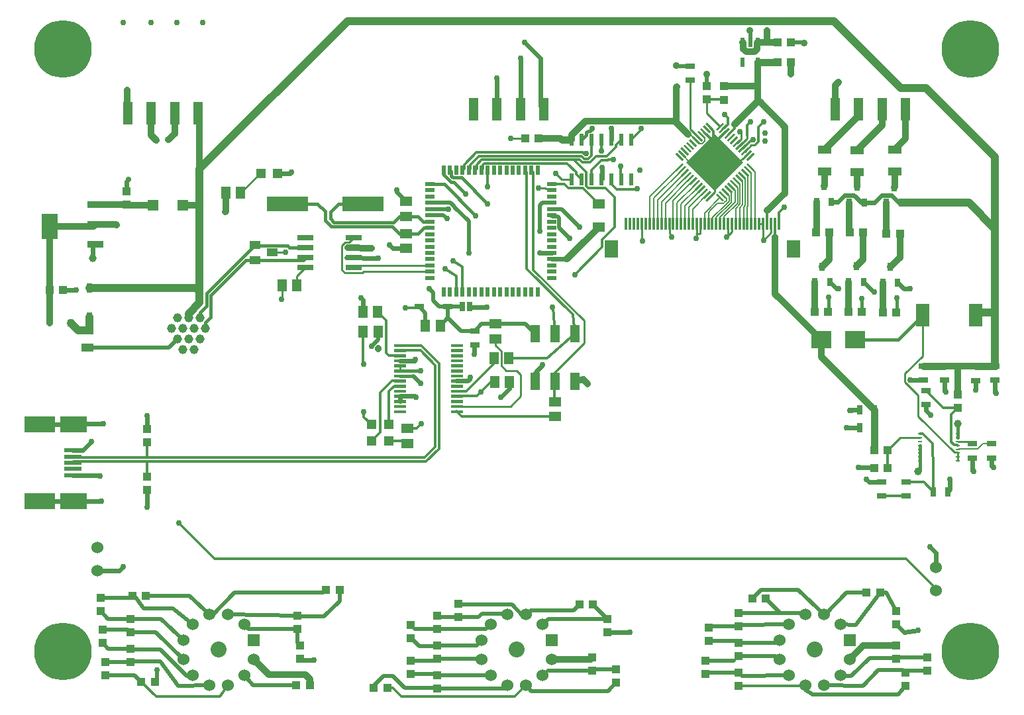
<source format=gtl>
G75*
%MOIN*%
%OFA0B0*%
%FSLAX25Y25*%
%IPPOS*%
%LPD*%
%AMOC8*
5,1,8,0,0,1.08239X$1,22.5*
%
%ADD10R,0.05906X0.05118*%
%ADD11R,0.04331X0.03937*%
%ADD12R,0.04724X0.03150*%
%ADD13R,0.05118X0.05906*%
%ADD14R,0.03937X0.04331*%
%ADD15R,0.04724X0.02756*%
%ADD16R,0.07087X0.03937*%
%ADD17R,0.05000X0.08583*%
%ADD18R,0.04700X0.02200*%
%ADD19R,0.02200X0.04700*%
%ADD20R,0.08000X0.02600*%
%ADD21R,0.05512X0.03937*%
%ADD22C,0.00300*%
%ADD23R,0.06299X0.04724*%
%ADD24R,0.01200X0.05900*%
%ADD25R,0.07100X0.08700*%
%ADD26R,0.04724X0.04724*%
%ADD27R,0.21000X0.07600*%
%ADD28R,0.02500X0.05000*%
%ADD29R,0.03150X0.03843*%
%ADD30R,0.01100X0.04900*%
%ADD31R,0.20300X0.20300*%
%ADD32C,0.03300*%
%ADD33R,0.02165X0.04724*%
%ADD34R,0.02200X0.06300*%
%ADD35C,0.06000*%
%ADD36R,0.06000X0.06000*%
%ADD37C,0.08000*%
%ADD38R,0.06890X0.11811*%
%ADD39R,0.03150X0.04724*%
%ADD40R,0.02362X0.00984*%
%ADD41R,0.09843X0.09055*%
%ADD42C,0.04559*%
%ADD43R,0.05512X0.05512*%
%ADD44R,0.08465X0.12795*%
%ADD45R,0.08465X0.03740*%
%ADD46R,0.08858X0.01969*%
%ADD47R,0.15748X0.08071*%
%ADD48R,0.13780X0.08071*%
%ADD49R,0.05000X0.11496*%
%ADD50C,0.06024*%
%ADD51R,0.05906X0.03937*%
%ADD52R,0.02756X0.04724*%
%ADD53C,0.02978*%
%ADD54C,0.01200*%
%ADD55C,0.02400*%
%ADD56C,0.01000*%
%ADD57C,0.29000*%
%ADD58C,0.00600*%
%ADD59C,0.00800*%
%ADD60C,0.00591*%
%ADD61C,0.01600*%
%ADD62C,0.02000*%
%ADD63C,0.03962*%
%ADD64C,0.02781*%
%ADD65C,0.03569*%
%ADD66C,0.03200*%
%ADD67C,0.04000*%
%ADD68C,0.04356*%
%ADD69C,0.03500*%
%ADD70C,0.01440*%
%ADD71C,0.05000*%
D10*
X0365962Y0239549D03*
X0365962Y0247029D03*
X0410320Y0292167D03*
X0410320Y0299647D03*
X0440040Y0260569D03*
X0440040Y0253088D03*
X0365314Y0337619D03*
X0365314Y0345099D03*
X0365294Y0353885D03*
X0365294Y0361366D03*
D11*
X0425177Y0393244D03*
X0431870Y0393244D03*
X0552143Y0431330D03*
X0558836Y0431330D03*
X0558974Y0441530D03*
X0552281Y0441530D03*
X0571585Y0345714D03*
X0578278Y0345714D03*
X0588389Y0345714D03*
X0595082Y0345714D03*
X0606989Y0345214D03*
X0613682Y0345214D03*
X0611978Y0305514D03*
X0605285Y0305514D03*
X0594578Y0305627D03*
X0587885Y0305627D03*
X0577619Y0305761D03*
X0570926Y0305761D03*
X0600724Y0236176D03*
X0607417Y0236176D03*
X0607417Y0227176D03*
X0600724Y0227176D03*
X0611848Y0155205D03*
X0611848Y0148512D03*
X0611848Y0137705D03*
X0611848Y0131012D03*
X0616348Y0124205D03*
X0616348Y0117512D03*
X0627348Y0125012D03*
X0627348Y0131705D03*
X0532348Y0132512D03*
X0532348Y0139205D03*
X0532348Y0147512D03*
X0532348Y0154205D03*
X0517348Y0146705D03*
X0517348Y0140012D03*
X0515848Y0130205D03*
X0515848Y0123512D03*
X0532348Y0124205D03*
X0532348Y0117512D03*
X0470848Y0119012D03*
X0470848Y0125705D03*
X0458848Y0125012D03*
X0458848Y0131705D03*
X0466348Y0144512D03*
X0466348Y0151205D03*
X0391348Y0152012D03*
X0391348Y0158705D03*
X0380848Y0152705D03*
X0380848Y0146012D03*
X0367348Y0148205D03*
X0367348Y0141512D03*
X0380848Y0137705D03*
X0380848Y0131012D03*
X0367348Y0130205D03*
X0367348Y0123512D03*
X0380848Y0122705D03*
X0380848Y0116012D03*
X0311848Y0131012D03*
X0311848Y0137705D03*
X0310348Y0146012D03*
X0310348Y0152705D03*
X0226348Y0151205D03*
X0226348Y0144512D03*
X0226348Y0136205D03*
X0226348Y0129512D03*
X0213848Y0129405D03*
X0213848Y0122712D03*
X0212448Y0139012D03*
X0212448Y0145705D03*
X0211348Y0155012D03*
X0211348Y0161705D03*
X0192518Y0316896D03*
X0185825Y0316896D03*
D12*
X0399686Y0296254D03*
X0399686Y0289168D03*
X0604645Y0220142D03*
X0604645Y0213056D03*
X0616983Y0213008D03*
X0616983Y0220095D03*
X0650270Y0232283D03*
X0659970Y0232283D03*
X0659970Y0239370D03*
X0650270Y0239370D03*
X0626870Y0259033D03*
X0626870Y0266120D03*
X0625670Y0271333D03*
X0625670Y0278420D03*
X0636270Y0278420D03*
X0636270Y0271333D03*
X0651770Y0271233D03*
X0651770Y0278320D03*
X0661670Y0278420D03*
X0661670Y0271333D03*
X0508172Y0422453D03*
X0508172Y0429539D03*
D13*
X0350858Y0305636D03*
X0343377Y0305636D03*
X0343648Y0295761D03*
X0351129Y0295761D03*
X0374880Y0298881D03*
X0382361Y0298881D03*
X0409367Y0282587D03*
X0416848Y0282587D03*
X0417226Y0270407D03*
X0409746Y0270407D03*
X0310263Y0319281D03*
X0302783Y0319281D03*
X0281954Y0365635D03*
X0274473Y0365635D03*
D14*
X0224644Y0366452D03*
X0224644Y0359759D03*
X0234848Y0246705D03*
X0234848Y0240012D03*
X0234848Y0222705D03*
X0234848Y0216012D03*
X0234195Y0162858D03*
X0227502Y0162858D03*
X0232002Y0119358D03*
X0238695Y0119358D03*
X0310002Y0117858D03*
X0316695Y0117858D03*
X0349002Y0116358D03*
X0355695Y0116358D03*
X0331695Y0165858D03*
X0325002Y0165858D03*
X0452502Y0158358D03*
X0459195Y0158358D03*
X0539502Y0161358D03*
X0546195Y0161358D03*
X0597002Y0164358D03*
X0603695Y0164358D03*
X0642970Y0257330D03*
X0642970Y0264023D03*
X0525265Y0412603D03*
X0525265Y0419296D03*
X0516566Y0419503D03*
X0516566Y0412810D03*
D15*
X0386311Y0308407D03*
X0371744Y0308407D03*
D16*
X0575703Y0376287D03*
X0575703Y0387310D03*
X0592239Y0387239D03*
X0592239Y0376215D03*
X0611081Y0376510D03*
X0611081Y0387534D03*
D17*
X0450008Y0294862D03*
X0440008Y0294862D03*
X0430008Y0294862D03*
X0430008Y0270846D03*
X0440008Y0270846D03*
X0450008Y0270846D03*
D18*
X0438357Y0322865D03*
X0438357Y0326015D03*
X0438357Y0329165D03*
X0438357Y0332314D03*
X0438357Y0335464D03*
X0438357Y0338613D03*
X0438357Y0341763D03*
X0438357Y0344913D03*
X0438357Y0348062D03*
X0438357Y0351212D03*
X0438357Y0354361D03*
X0438357Y0357511D03*
X0438357Y0360661D03*
X0438357Y0363810D03*
X0438357Y0366960D03*
X0438357Y0370109D03*
X0377257Y0370109D03*
X0377257Y0366960D03*
X0377257Y0363810D03*
X0377257Y0360661D03*
X0377257Y0357511D03*
X0377257Y0354361D03*
X0377257Y0351212D03*
X0377257Y0348062D03*
X0377257Y0344913D03*
X0377257Y0341763D03*
X0377257Y0338613D03*
X0377257Y0335464D03*
X0377257Y0332314D03*
X0377257Y0329165D03*
X0377257Y0326015D03*
X0377257Y0322865D03*
D19*
X0384185Y0315937D03*
X0387335Y0315937D03*
X0390485Y0315937D03*
X0393634Y0315937D03*
X0396784Y0315937D03*
X0399933Y0315937D03*
X0403083Y0315937D03*
X0406233Y0315937D03*
X0409382Y0315937D03*
X0412532Y0315937D03*
X0415681Y0315937D03*
X0418831Y0315937D03*
X0421981Y0315937D03*
X0425130Y0315937D03*
X0428280Y0315937D03*
X0431429Y0315937D03*
X0431429Y0377037D03*
X0428280Y0377037D03*
X0425130Y0377037D03*
X0421981Y0377037D03*
X0418831Y0377037D03*
X0415681Y0377037D03*
X0412532Y0377037D03*
X0409382Y0377037D03*
X0406233Y0377037D03*
X0403083Y0377037D03*
X0399933Y0377037D03*
X0396784Y0377037D03*
X0393634Y0377037D03*
X0390485Y0377037D03*
X0387335Y0377037D03*
X0384185Y0377037D03*
D20*
X0338802Y0342976D03*
X0338802Y0337976D03*
X0338802Y0332976D03*
X0338802Y0327976D03*
X0314602Y0327976D03*
X0314602Y0332976D03*
X0314602Y0337976D03*
X0314602Y0342976D03*
D21*
X0297703Y0335688D03*
X0289041Y0331948D03*
X0289041Y0339428D03*
D22*
X0364923Y0289550D02*
X0364923Y0288350D01*
X0359323Y0288350D01*
X0359323Y0289550D01*
X0364923Y0289550D01*
X0364923Y0288649D02*
X0359323Y0288649D01*
X0359323Y0288948D02*
X0364923Y0288948D01*
X0364923Y0289247D02*
X0359323Y0289247D01*
X0359323Y0289546D02*
X0364923Y0289546D01*
X0364923Y0286991D02*
X0364923Y0285791D01*
X0359323Y0285791D01*
X0359323Y0286991D01*
X0364923Y0286991D01*
X0364923Y0286090D02*
X0359323Y0286090D01*
X0359323Y0286389D02*
X0364923Y0286389D01*
X0364923Y0286688D02*
X0359323Y0286688D01*
X0359323Y0286987D02*
X0364923Y0286987D01*
X0364923Y0284431D02*
X0364923Y0283231D01*
X0359323Y0283231D01*
X0359323Y0284431D01*
X0364923Y0284431D01*
X0364923Y0283530D02*
X0359323Y0283530D01*
X0359323Y0283829D02*
X0364923Y0283829D01*
X0364923Y0284128D02*
X0359323Y0284128D01*
X0359323Y0284427D02*
X0364923Y0284427D01*
X0364923Y0281872D02*
X0364923Y0280672D01*
X0359323Y0280672D01*
X0359323Y0281872D01*
X0364923Y0281872D01*
X0364923Y0280971D02*
X0359323Y0280971D01*
X0359323Y0281270D02*
X0364923Y0281270D01*
X0364923Y0281569D02*
X0359323Y0281569D01*
X0359323Y0281868D02*
X0364923Y0281868D01*
X0364923Y0279313D02*
X0364923Y0278113D01*
X0359323Y0278113D01*
X0359323Y0279313D01*
X0364923Y0279313D01*
X0364923Y0278412D02*
X0359323Y0278412D01*
X0359323Y0278711D02*
X0364923Y0278711D01*
X0364923Y0279010D02*
X0359323Y0279010D01*
X0359323Y0279309D02*
X0364923Y0279309D01*
X0364923Y0276754D02*
X0364923Y0275554D01*
X0359323Y0275554D01*
X0359323Y0276754D01*
X0364923Y0276754D01*
X0364923Y0275853D02*
X0359323Y0275853D01*
X0359323Y0276152D02*
X0364923Y0276152D01*
X0364923Y0276451D02*
X0359323Y0276451D01*
X0359323Y0276750D02*
X0364923Y0276750D01*
X0364923Y0274195D02*
X0364923Y0272995D01*
X0359323Y0272995D01*
X0359323Y0274195D01*
X0364923Y0274195D01*
X0364923Y0273294D02*
X0359323Y0273294D01*
X0359323Y0273593D02*
X0364923Y0273593D01*
X0364923Y0273892D02*
X0359323Y0273892D01*
X0359323Y0274191D02*
X0364923Y0274191D01*
X0364923Y0271636D02*
X0364923Y0270436D01*
X0359323Y0270436D01*
X0359323Y0271636D01*
X0364923Y0271636D01*
X0364923Y0270735D02*
X0359323Y0270735D01*
X0359323Y0271034D02*
X0364923Y0271034D01*
X0364923Y0271333D02*
X0359323Y0271333D01*
X0359323Y0271632D02*
X0364923Y0271632D01*
X0364923Y0269077D02*
X0364923Y0267877D01*
X0359323Y0267877D01*
X0359323Y0269077D01*
X0364923Y0269077D01*
X0364923Y0268176D02*
X0359323Y0268176D01*
X0359323Y0268475D02*
X0364923Y0268475D01*
X0364923Y0268774D02*
X0359323Y0268774D01*
X0359323Y0269073D02*
X0364923Y0269073D01*
X0364923Y0266518D02*
X0364923Y0265318D01*
X0359323Y0265318D01*
X0359323Y0266518D01*
X0364923Y0266518D01*
X0364923Y0265617D02*
X0359323Y0265617D01*
X0359323Y0265916D02*
X0364923Y0265916D01*
X0364923Y0266215D02*
X0359323Y0266215D01*
X0359323Y0266514D02*
X0364923Y0266514D01*
X0364923Y0263959D02*
X0364923Y0262759D01*
X0359323Y0262759D01*
X0359323Y0263959D01*
X0364923Y0263959D01*
X0364923Y0263058D02*
X0359323Y0263058D01*
X0359323Y0263357D02*
X0364923Y0263357D01*
X0364923Y0263656D02*
X0359323Y0263656D01*
X0359323Y0263955D02*
X0364923Y0263955D01*
X0364923Y0261400D02*
X0364923Y0260200D01*
X0359323Y0260200D01*
X0359323Y0261400D01*
X0364923Y0261400D01*
X0364923Y0260499D02*
X0359323Y0260499D01*
X0359323Y0260798D02*
X0364923Y0260798D01*
X0364923Y0261097D02*
X0359323Y0261097D01*
X0359323Y0261396D02*
X0364923Y0261396D01*
X0364923Y0258841D02*
X0364923Y0257641D01*
X0359323Y0257641D01*
X0359323Y0258841D01*
X0364923Y0258841D01*
X0364923Y0257940D02*
X0359323Y0257940D01*
X0359323Y0258239D02*
X0364923Y0258239D01*
X0364923Y0258538D02*
X0359323Y0258538D01*
X0359323Y0258837D02*
X0364923Y0258837D01*
X0364923Y0256282D02*
X0364923Y0255082D01*
X0359323Y0255082D01*
X0359323Y0256282D01*
X0364923Y0256282D01*
X0364923Y0255381D02*
X0359323Y0255381D01*
X0359323Y0255680D02*
X0364923Y0255680D01*
X0364923Y0255979D02*
X0359323Y0255979D01*
X0359323Y0256278D02*
X0364923Y0256278D01*
X0393466Y0256282D02*
X0393466Y0255082D01*
X0387866Y0255082D01*
X0387866Y0256282D01*
X0393466Y0256282D01*
X0393466Y0255381D02*
X0387866Y0255381D01*
X0387866Y0255680D02*
X0393466Y0255680D01*
X0393466Y0255979D02*
X0387866Y0255979D01*
X0387866Y0256278D02*
X0393466Y0256278D01*
X0393466Y0257641D02*
X0393466Y0258841D01*
X0393466Y0257641D02*
X0387866Y0257641D01*
X0387866Y0258841D01*
X0393466Y0258841D01*
X0393466Y0257940D02*
X0387866Y0257940D01*
X0387866Y0258239D02*
X0393466Y0258239D01*
X0393466Y0258538D02*
X0387866Y0258538D01*
X0387866Y0258837D02*
X0393466Y0258837D01*
X0393466Y0260200D02*
X0393466Y0261400D01*
X0393466Y0260200D02*
X0387866Y0260200D01*
X0387866Y0261400D01*
X0393466Y0261400D01*
X0393466Y0260499D02*
X0387866Y0260499D01*
X0387866Y0260798D02*
X0393466Y0260798D01*
X0393466Y0261097D02*
X0387866Y0261097D01*
X0387866Y0261396D02*
X0393466Y0261396D01*
X0393466Y0262759D02*
X0393466Y0263959D01*
X0393466Y0262759D02*
X0387866Y0262759D01*
X0387866Y0263959D01*
X0393466Y0263959D01*
X0393466Y0263058D02*
X0387866Y0263058D01*
X0387866Y0263357D02*
X0393466Y0263357D01*
X0393466Y0263656D02*
X0387866Y0263656D01*
X0387866Y0263955D02*
X0393466Y0263955D01*
X0393466Y0265318D02*
X0393466Y0266518D01*
X0393466Y0265318D02*
X0387866Y0265318D01*
X0387866Y0266518D01*
X0393466Y0266518D01*
X0393466Y0265617D02*
X0387866Y0265617D01*
X0387866Y0265916D02*
X0393466Y0265916D01*
X0393466Y0266215D02*
X0387866Y0266215D01*
X0387866Y0266514D02*
X0393466Y0266514D01*
X0393466Y0267877D02*
X0393466Y0269077D01*
X0393466Y0267877D02*
X0387866Y0267877D01*
X0387866Y0269077D01*
X0393466Y0269077D01*
X0393466Y0268176D02*
X0387866Y0268176D01*
X0387866Y0268475D02*
X0393466Y0268475D01*
X0393466Y0268774D02*
X0387866Y0268774D01*
X0387866Y0269073D02*
X0393466Y0269073D01*
X0393466Y0270436D02*
X0393466Y0271636D01*
X0393466Y0270436D02*
X0387866Y0270436D01*
X0387866Y0271636D01*
X0393466Y0271636D01*
X0393466Y0270735D02*
X0387866Y0270735D01*
X0387866Y0271034D02*
X0393466Y0271034D01*
X0393466Y0271333D02*
X0387866Y0271333D01*
X0387866Y0271632D02*
X0393466Y0271632D01*
X0393466Y0272995D02*
X0393466Y0274195D01*
X0393466Y0272995D02*
X0387866Y0272995D01*
X0387866Y0274195D01*
X0393466Y0274195D01*
X0393466Y0273294D02*
X0387866Y0273294D01*
X0387866Y0273593D02*
X0393466Y0273593D01*
X0393466Y0273892D02*
X0387866Y0273892D01*
X0387866Y0274191D02*
X0393466Y0274191D01*
X0393466Y0275554D02*
X0393466Y0276754D01*
X0393466Y0275554D02*
X0387866Y0275554D01*
X0387866Y0276754D01*
X0393466Y0276754D01*
X0393466Y0275853D02*
X0387866Y0275853D01*
X0387866Y0276152D02*
X0393466Y0276152D01*
X0393466Y0276451D02*
X0387866Y0276451D01*
X0387866Y0276750D02*
X0393466Y0276750D01*
X0393466Y0278113D02*
X0393466Y0279313D01*
X0393466Y0278113D02*
X0387866Y0278113D01*
X0387866Y0279313D01*
X0393466Y0279313D01*
X0393466Y0278412D02*
X0387866Y0278412D01*
X0387866Y0278711D02*
X0393466Y0278711D01*
X0393466Y0279010D02*
X0387866Y0279010D01*
X0387866Y0279309D02*
X0393466Y0279309D01*
X0393466Y0280672D02*
X0393466Y0281872D01*
X0393466Y0280672D02*
X0387866Y0280672D01*
X0387866Y0281872D01*
X0393466Y0281872D01*
X0393466Y0280971D02*
X0387866Y0280971D01*
X0387866Y0281270D02*
X0393466Y0281270D01*
X0393466Y0281569D02*
X0387866Y0281569D01*
X0387866Y0281868D02*
X0393466Y0281868D01*
X0393466Y0283231D02*
X0393466Y0284431D01*
X0393466Y0283231D02*
X0387866Y0283231D01*
X0387866Y0284431D01*
X0393466Y0284431D01*
X0393466Y0283530D02*
X0387866Y0283530D01*
X0387866Y0283829D02*
X0393466Y0283829D01*
X0393466Y0284128D02*
X0387866Y0284128D01*
X0387866Y0284427D02*
X0393466Y0284427D01*
X0393466Y0285791D02*
X0393466Y0286991D01*
X0393466Y0285791D02*
X0387866Y0285791D01*
X0387866Y0286991D01*
X0393466Y0286991D01*
X0393466Y0286090D02*
X0387866Y0286090D01*
X0387866Y0286389D02*
X0393466Y0286389D01*
X0393466Y0286688D02*
X0387866Y0286688D01*
X0387866Y0286987D02*
X0393466Y0286987D01*
X0393466Y0288350D02*
X0393466Y0289550D01*
X0393466Y0288350D02*
X0387866Y0288350D01*
X0387866Y0289550D01*
X0393466Y0289550D01*
X0393466Y0288649D02*
X0387866Y0288649D01*
X0387866Y0288948D02*
X0393466Y0288948D01*
X0393466Y0289247D02*
X0387866Y0289247D01*
X0387866Y0289546D02*
X0393466Y0289546D01*
D23*
X0462040Y0348354D03*
X0462040Y0360165D03*
D24*
X0476003Y0350161D03*
X0478003Y0350161D03*
X0480003Y0350161D03*
X0481903Y0350161D03*
X0483903Y0350161D03*
X0485903Y0350161D03*
X0487803Y0350161D03*
X0489803Y0350161D03*
X0491803Y0350161D03*
X0493703Y0350161D03*
X0495703Y0350161D03*
X0497703Y0350161D03*
X0499603Y0350161D03*
X0501603Y0350161D03*
X0503603Y0350161D03*
X0505503Y0350161D03*
X0507503Y0350161D03*
X0509503Y0350161D03*
X0511403Y0350161D03*
X0513403Y0350161D03*
X0515403Y0350161D03*
X0517403Y0350161D03*
X0519303Y0350161D03*
X0521303Y0350161D03*
X0523303Y0350161D03*
X0525203Y0350161D03*
X0527203Y0350161D03*
X0529203Y0350161D03*
X0531103Y0350161D03*
X0533103Y0350161D03*
X0535103Y0350161D03*
X0537003Y0350161D03*
X0539003Y0350161D03*
X0541003Y0350161D03*
X0542903Y0350161D03*
X0544903Y0350161D03*
X0546903Y0350161D03*
X0548803Y0350161D03*
X0550803Y0350161D03*
X0552803Y0350161D03*
D25*
X0560203Y0337361D03*
X0468603Y0337361D03*
D26*
X0356525Y0248954D03*
X0356525Y0240686D03*
X0347751Y0240728D03*
X0347751Y0248995D03*
X0300485Y0375470D03*
X0292218Y0375470D03*
D27*
X0305357Y0360201D03*
X0343357Y0360201D03*
D28*
X0393617Y0308407D03*
X0397160Y0308407D03*
D29*
X0570892Y0320677D03*
X0578372Y0320677D03*
X0587992Y0320777D03*
X0595472Y0320777D03*
X0605192Y0320477D03*
X0612672Y0320477D03*
X0608932Y0328351D03*
X0591732Y0328651D03*
X0574632Y0328551D03*
X0571692Y0361177D03*
X0579172Y0361177D03*
X0588292Y0360777D03*
X0595772Y0360777D03*
X0592032Y0368651D03*
X0575432Y0369051D03*
X0606992Y0360677D03*
X0614472Y0360677D03*
X0610732Y0368551D03*
D30*
G36*
X0540601Y0377277D02*
X0539823Y0376499D01*
X0536359Y0379963D01*
X0537137Y0380741D01*
X0540601Y0377277D01*
G37*
G36*
X0539257Y0375933D02*
X0538479Y0375155D01*
X0535015Y0378619D01*
X0535793Y0379397D01*
X0539257Y0375933D01*
G37*
G36*
X0537843Y0374519D02*
X0537065Y0373741D01*
X0533601Y0377205D01*
X0534379Y0377983D01*
X0537843Y0374519D01*
G37*
G36*
X0536429Y0373105D02*
X0535651Y0372327D01*
X0532187Y0375791D01*
X0532965Y0376569D01*
X0536429Y0373105D01*
G37*
G36*
X0535085Y0371761D02*
X0534307Y0370983D01*
X0530843Y0374447D01*
X0531621Y0375225D01*
X0535085Y0371761D01*
G37*
G36*
X0533671Y0370347D02*
X0532893Y0369569D01*
X0529429Y0373033D01*
X0530207Y0373811D01*
X0533671Y0370347D01*
G37*
G36*
X0532257Y0368933D02*
X0531479Y0368155D01*
X0528015Y0371619D01*
X0528793Y0372397D01*
X0532257Y0368933D01*
G37*
G36*
X0530843Y0367519D02*
X0530065Y0366741D01*
X0526601Y0370205D01*
X0527379Y0370983D01*
X0530843Y0367519D01*
G37*
G36*
X0529499Y0366175D02*
X0528721Y0365397D01*
X0525257Y0368861D01*
X0526035Y0369639D01*
X0529499Y0366175D01*
G37*
G36*
X0528085Y0364761D02*
X0527307Y0363983D01*
X0523843Y0367447D01*
X0524621Y0368225D01*
X0528085Y0364761D01*
G37*
G36*
X0526671Y0363347D02*
X0525893Y0362569D01*
X0522429Y0366033D01*
X0523207Y0366811D01*
X0526671Y0363347D01*
G37*
G36*
X0525327Y0362003D02*
X0524549Y0361225D01*
X0521085Y0364689D01*
X0521863Y0365467D01*
X0525327Y0362003D01*
G37*
G36*
X0519317Y0365467D02*
X0520095Y0364689D01*
X0516631Y0361225D01*
X0515853Y0362003D01*
X0519317Y0365467D01*
G37*
G36*
X0517973Y0366811D02*
X0518751Y0366033D01*
X0515287Y0362569D01*
X0514509Y0363347D01*
X0517973Y0366811D01*
G37*
G36*
X0516559Y0368225D02*
X0517337Y0367447D01*
X0513873Y0363983D01*
X0513095Y0364761D01*
X0516559Y0368225D01*
G37*
G36*
X0515145Y0369639D02*
X0515923Y0368861D01*
X0512459Y0365397D01*
X0511681Y0366175D01*
X0515145Y0369639D01*
G37*
G36*
X0513801Y0370983D02*
X0514579Y0370205D01*
X0511115Y0366741D01*
X0510337Y0367519D01*
X0513801Y0370983D01*
G37*
G36*
X0512387Y0372397D02*
X0513165Y0371619D01*
X0509701Y0368155D01*
X0508923Y0368933D01*
X0512387Y0372397D01*
G37*
G36*
X0510973Y0373811D02*
X0511751Y0373033D01*
X0508287Y0369569D01*
X0507509Y0370347D01*
X0510973Y0373811D01*
G37*
G36*
X0509559Y0375225D02*
X0510337Y0374447D01*
X0506873Y0370983D01*
X0506095Y0371761D01*
X0509559Y0375225D01*
G37*
G36*
X0508215Y0376569D02*
X0508993Y0375791D01*
X0505529Y0372327D01*
X0504751Y0373105D01*
X0508215Y0376569D01*
G37*
G36*
X0506801Y0377983D02*
X0507579Y0377205D01*
X0504115Y0373741D01*
X0503337Y0374519D01*
X0506801Y0377983D01*
G37*
G36*
X0505387Y0379397D02*
X0506165Y0378619D01*
X0502701Y0375155D01*
X0501923Y0375933D01*
X0505387Y0379397D01*
G37*
G36*
X0504043Y0380741D02*
X0504821Y0379963D01*
X0501357Y0376499D01*
X0500579Y0377277D01*
X0504043Y0380741D01*
G37*
G36*
X0504821Y0382509D02*
X0504043Y0381731D01*
X0500579Y0385195D01*
X0501357Y0385973D01*
X0504821Y0382509D01*
G37*
G36*
X0506165Y0383853D02*
X0505387Y0383075D01*
X0501923Y0386539D01*
X0502701Y0387317D01*
X0506165Y0383853D01*
G37*
G36*
X0507579Y0385267D02*
X0506801Y0384489D01*
X0503337Y0387953D01*
X0504115Y0388731D01*
X0507579Y0385267D01*
G37*
G36*
X0508993Y0386681D02*
X0508215Y0385903D01*
X0504751Y0389367D01*
X0505529Y0390145D01*
X0508993Y0386681D01*
G37*
G36*
X0510337Y0388025D02*
X0509559Y0387247D01*
X0506095Y0390711D01*
X0506873Y0391489D01*
X0510337Y0388025D01*
G37*
G36*
X0511751Y0389439D02*
X0510973Y0388661D01*
X0507509Y0392125D01*
X0508287Y0392903D01*
X0511751Y0389439D01*
G37*
G36*
X0513165Y0390853D02*
X0512387Y0390075D01*
X0508923Y0393539D01*
X0509701Y0394317D01*
X0513165Y0390853D01*
G37*
G36*
X0514579Y0392268D02*
X0513801Y0391490D01*
X0510337Y0394954D01*
X0511115Y0395732D01*
X0514579Y0392268D01*
G37*
G36*
X0515923Y0393611D02*
X0515145Y0392833D01*
X0511681Y0396297D01*
X0512459Y0397075D01*
X0515923Y0393611D01*
G37*
G36*
X0517337Y0395025D02*
X0516559Y0394247D01*
X0513095Y0397711D01*
X0513873Y0398489D01*
X0517337Y0395025D01*
G37*
G36*
X0518751Y0396439D02*
X0517973Y0395661D01*
X0514509Y0399125D01*
X0515287Y0399903D01*
X0518751Y0396439D01*
G37*
G36*
X0520095Y0397783D02*
X0519317Y0397005D01*
X0515853Y0400469D01*
X0516631Y0401247D01*
X0520095Y0397783D01*
G37*
G36*
X0524549Y0401247D02*
X0525327Y0400469D01*
X0521863Y0397005D01*
X0521085Y0397783D01*
X0524549Y0401247D01*
G37*
G36*
X0525893Y0399903D02*
X0526671Y0399125D01*
X0523207Y0395661D01*
X0522429Y0396439D01*
X0525893Y0399903D01*
G37*
G36*
X0527307Y0398489D02*
X0528085Y0397711D01*
X0524621Y0394247D01*
X0523843Y0395025D01*
X0527307Y0398489D01*
G37*
G36*
X0528721Y0397075D02*
X0529499Y0396297D01*
X0526035Y0392833D01*
X0525257Y0393611D01*
X0528721Y0397075D01*
G37*
G36*
X0530065Y0395732D02*
X0530843Y0394954D01*
X0527379Y0391490D01*
X0526601Y0392268D01*
X0530065Y0395732D01*
G37*
G36*
X0531479Y0394317D02*
X0532257Y0393539D01*
X0528793Y0390075D01*
X0528015Y0390853D01*
X0531479Y0394317D01*
G37*
G36*
X0532893Y0392903D02*
X0533671Y0392125D01*
X0530207Y0388661D01*
X0529429Y0389439D01*
X0532893Y0392903D01*
G37*
G36*
X0534307Y0391489D02*
X0535085Y0390711D01*
X0531621Y0387247D01*
X0530843Y0388025D01*
X0534307Y0391489D01*
G37*
G36*
X0535651Y0390145D02*
X0536429Y0389367D01*
X0532965Y0385903D01*
X0532187Y0386681D01*
X0535651Y0390145D01*
G37*
G36*
X0537065Y0388731D02*
X0537843Y0387953D01*
X0534379Y0384489D01*
X0533601Y0385267D01*
X0537065Y0388731D01*
G37*
G36*
X0538479Y0387317D02*
X0539257Y0386539D01*
X0535793Y0383075D01*
X0535015Y0383853D01*
X0538479Y0387317D01*
G37*
G36*
X0539823Y0385973D02*
X0540601Y0385195D01*
X0537137Y0381731D01*
X0536359Y0382509D01*
X0539823Y0385973D01*
G37*
D31*
G36*
X0506236Y0381236D02*
X0520590Y0395590D01*
X0534944Y0381236D01*
X0520590Y0366882D01*
X0506236Y0381236D01*
G37*
D32*
X0509276Y0381236D03*
X0514933Y0386893D03*
X0520590Y0392550D03*
X0526954Y0386186D03*
X0531904Y0381236D03*
X0526247Y0375579D03*
X0521297Y0380529D03*
X0515640Y0374872D03*
X0520590Y0369922D03*
D33*
X0534636Y0431357D03*
X0542117Y0431357D03*
X0542117Y0441594D03*
X0538377Y0441594D03*
X0534636Y0441594D03*
D34*
X0478460Y0392324D03*
X0473460Y0392324D03*
X0468460Y0392324D03*
X0463460Y0392324D03*
X0458460Y0392324D03*
X0453460Y0392324D03*
X0448460Y0392324D03*
X0448460Y0372324D03*
X0453460Y0372324D03*
X0458460Y0372324D03*
X0463460Y0372324D03*
X0468460Y0372324D03*
X0473460Y0372324D03*
X0478460Y0372324D03*
D35*
X0425490Y0153302D03*
X0416018Y0153302D03*
X0407814Y0148566D03*
X0403078Y0140362D03*
X0403074Y0130890D03*
X0407814Y0122686D03*
X0416018Y0117946D03*
X0425490Y0117946D03*
X0433694Y0122686D03*
X0438430Y0130890D03*
X0433694Y0148566D03*
X0553078Y0140362D03*
X0557814Y0148566D03*
X0566018Y0153302D03*
X0575490Y0153302D03*
X0583694Y0148566D03*
X0588430Y0130890D03*
X0583694Y0122686D03*
X0575490Y0117946D03*
X0566018Y0117946D03*
X0557814Y0122686D03*
X0553074Y0130890D03*
X0288430Y0130890D03*
X0283694Y0122686D03*
X0275490Y0117946D03*
X0266018Y0117946D03*
X0257814Y0122686D03*
X0253074Y0130890D03*
X0253078Y0140362D03*
X0257814Y0148566D03*
X0266018Y0153302D03*
X0275490Y0153302D03*
X0283694Y0148566D03*
D36*
X0288430Y0140362D03*
X0438430Y0140362D03*
X0588430Y0140362D03*
D37*
X0570754Y0135626D03*
X0420754Y0135626D03*
X0270754Y0135626D03*
D38*
X0625209Y0304142D03*
X0651685Y0304142D03*
D39*
X0600714Y0256476D03*
X0593627Y0256476D03*
X0593627Y0247476D03*
X0600714Y0247476D03*
X0630651Y0215213D03*
X0637737Y0215213D03*
D40*
X0642719Y0230687D03*
X0642719Y0232655D03*
X0642719Y0234624D03*
X0642719Y0236592D03*
X0642719Y0238561D03*
X0642719Y0240529D03*
X0642719Y0242498D03*
X0642719Y0244466D03*
X0623822Y0244466D03*
X0623822Y0242498D03*
X0623822Y0240529D03*
X0623822Y0238561D03*
X0623822Y0236592D03*
X0623822Y0234624D03*
X0623822Y0232655D03*
X0623822Y0230687D03*
D41*
X0591035Y0291676D03*
X0574106Y0291676D03*
D42*
X0264258Y0297512D03*
X0258588Y0297512D03*
X0252919Y0297512D03*
X0247250Y0297512D03*
X0250085Y0302827D03*
X0255754Y0302827D03*
X0261423Y0302827D03*
X0261423Y0292197D03*
X0255754Y0292197D03*
X0250085Y0292197D03*
X0252919Y0286882D03*
X0258588Y0286882D03*
D43*
X0252712Y0359302D03*
X0237751Y0359302D03*
D44*
X0185880Y0348786D03*
D45*
X0208714Y0349731D03*
X0208714Y0359731D03*
X0208714Y0339731D03*
D46*
X0197624Y0236098D03*
X0197624Y0232949D03*
X0197624Y0229799D03*
X0197624Y0226650D03*
X0197624Y0223500D03*
D47*
X0180990Y0210409D03*
X0180990Y0249189D03*
D48*
X0197722Y0249189D03*
X0197722Y0210409D03*
D49*
X0225132Y0405823D03*
X0236943Y0405823D03*
X0248754Y0405823D03*
X0260565Y0405823D03*
X0399132Y0407823D03*
X0410943Y0407823D03*
X0422754Y0407823D03*
X0434565Y0407823D03*
X0581132Y0407823D03*
X0592943Y0407823D03*
X0604754Y0407823D03*
X0616565Y0407823D03*
D50*
X0631840Y0177264D03*
X0631840Y0165453D03*
X0209856Y0175453D03*
X0209856Y0187264D03*
D51*
X0204833Y0287799D03*
X0204833Y0296461D03*
D52*
X0205730Y0303130D03*
X0205730Y0317697D03*
D53*
X0199100Y0316807D03*
X0185714Y0300272D03*
X0212705Y0249291D03*
X0206974Y0240429D03*
X0211305Y0223106D03*
X0211699Y0210508D03*
X0234848Y0207358D03*
X0250848Y0199358D03*
X0222848Y0177358D03*
X0239848Y0125358D03*
X0318785Y0130587D03*
X0477691Y0144466D03*
X0596848Y0221358D03*
X0592848Y0227358D03*
X0586848Y0247358D03*
X0588581Y0256177D03*
X0618848Y0271358D03*
X0636848Y0265358D03*
X0651966Y0266413D03*
X0662009Y0264620D03*
X0629182Y0253798D03*
X0650848Y0225358D03*
X0660848Y0227358D03*
X0638848Y0221358D03*
X0628848Y0187358D03*
X0622848Y0145358D03*
X0456581Y0269563D03*
X0433903Y0279024D03*
X0412763Y0262764D03*
X0402848Y0265358D03*
X0397525Y0272713D03*
X0399494Y0284524D03*
X0372414Y0276154D03*
X0369963Y0281804D03*
X0372360Y0269925D03*
X0370008Y0262947D03*
X0372848Y0249358D03*
X0343982Y0255390D03*
X0343982Y0279406D03*
X0347919Y0288461D03*
X0364848Y0307813D03*
X0376848Y0317358D03*
X0384848Y0327358D03*
X0388848Y0331358D03*
X0396848Y0335358D03*
X0385714Y0352634D03*
X0386502Y0357358D03*
X0395163Y0365232D03*
X0406263Y0368884D03*
X0406187Y0360114D03*
X0400281Y0354209D03*
X0432565Y0346335D03*
X0447525Y0342791D03*
X0454612Y0340823D03*
X0452644Y0348303D03*
X0431818Y0368121D03*
X0440383Y0375584D03*
X0455771Y0385576D03*
X0463403Y0386764D03*
X0469463Y0382284D03*
X0473313Y0379012D03*
X0463982Y0378303D03*
X0482763Y0377164D03*
X0481643Y0367623D03*
X0498707Y0343579D03*
X0511305Y0342791D03*
X0526659Y0343579D03*
X0545089Y0341930D03*
X0555448Y0358458D03*
X0545917Y0391867D03*
X0545757Y0395787D03*
X0545237Y0401547D03*
X0538537Y0401547D03*
X0533187Y0396297D03*
X0539757Y0392407D03*
X0525437Y0405147D03*
X0542117Y0418879D03*
X0558848Y0425358D03*
X0582848Y0421358D03*
X0546738Y0447516D03*
X0501462Y0419169D03*
X0483563Y0397984D03*
X0468392Y0398157D03*
X0458876Y0397977D03*
X0417998Y0393185D03*
X0410848Y0423358D03*
X0422848Y0433358D03*
X0424848Y0441358D03*
X0360518Y0367201D03*
X0356848Y0339358D03*
X0351069Y0332949D03*
X0347919Y0337673D03*
X0342585Y0312692D03*
X0304612Y0335705D03*
X0302644Y0312083D03*
X0274297Y0356177D03*
X0307368Y0376052D03*
X0245588Y0392337D03*
X0239622Y0392219D03*
X0224848Y0417358D03*
X0222848Y0451358D03*
X0236848Y0451358D03*
X0249848Y0451358D03*
X0262848Y0451358D03*
X0219573Y0349484D03*
X0234848Y0253358D03*
X0405963Y0307964D03*
X0439003Y0308204D03*
X0450013Y0324484D03*
X0484140Y0341610D03*
X0577840Y0313264D03*
X0582848Y0317358D03*
X0594376Y0312476D03*
X0600848Y0315759D03*
X0612092Y0312870D03*
X0618848Y0317358D03*
D54*
X0591035Y0291676D02*
X0588401Y0291676D01*
X0626870Y0266120D02*
X0635414Y0257576D01*
X0642724Y0257576D01*
X0642970Y0257330D01*
X0639667Y0254027D01*
X0639667Y0240211D01*
X0641041Y0238837D01*
X0642443Y0238837D01*
X0642719Y0238561D01*
X0630081Y0239608D02*
X0630081Y0233063D01*
X0630651Y0232493D01*
X0630651Y0215213D01*
X0625769Y0220095D01*
X0616983Y0220095D01*
X0616651Y0220427D01*
X0616983Y0213008D02*
X0608693Y0213008D01*
X0604645Y0213056D01*
X0607417Y0227176D02*
X0607417Y0236176D01*
X0623822Y0244466D02*
X0625223Y0244466D01*
X0630081Y0239608D01*
X0628627Y0266120D02*
X0626870Y0266120D01*
X0550848Y0343358D02*
X0550803Y0343403D01*
X0550803Y0350161D01*
X0552803Y0350161D02*
X0552803Y0355813D01*
X0555448Y0358458D01*
X0546915Y0356638D02*
X0546915Y0350173D01*
X0546903Y0350161D01*
X0540871Y0389718D02*
X0542446Y0391293D01*
X0542446Y0398756D01*
X0545237Y0401547D01*
X0538537Y0401547D02*
X0536926Y0399936D01*
X0536926Y0394597D01*
X0530596Y0398172D02*
X0530596Y0400272D01*
X0530596Y0398172D02*
X0527378Y0394954D01*
X0525964Y0396368D02*
X0521506Y0391694D01*
X0519698Y0391774D02*
X0515304Y0396168D01*
X0517974Y0399126D02*
X0520000Y0396903D01*
X0519698Y0391774D01*
X0524550Y0397782D02*
X0524564Y0397782D01*
X0527053Y0400272D01*
X0527053Y0403531D01*
X0525437Y0405147D01*
X0525265Y0412603D02*
X0525058Y0412810D01*
X0516566Y0412810D01*
X0483563Y0397984D02*
X0483563Y0397428D01*
X0478460Y0392324D01*
X0473460Y0392324D02*
X0470760Y0389624D01*
X0470760Y0388677D01*
X0466158Y0384075D01*
X0460803Y0384075D01*
X0457723Y0380995D01*
X0454004Y0380995D01*
X0452612Y0382387D01*
X0449344Y0382387D01*
X0455760Y0375971D01*
X0455760Y0368990D01*
X0455847Y0368990D01*
X0456863Y0367974D01*
X0465673Y0367974D01*
X0470163Y0363484D01*
X0470163Y0348518D01*
X0463853Y0342208D01*
X0463853Y0338324D01*
X0450013Y0324484D01*
X0439003Y0308204D02*
X0439221Y0307987D01*
X0440008Y0294862D01*
X0450008Y0294862D02*
X0436159Y0282587D01*
X0416848Y0282587D01*
X0409367Y0282587D02*
X0409367Y0279768D01*
X0395517Y0265918D01*
X0390666Y0265918D01*
X0390666Y0255682D02*
X0393260Y0253088D01*
X0440040Y0253088D01*
X0440040Y0260569D02*
X0439959Y0260650D01*
X0439959Y0271712D01*
X0440008Y0270846D01*
X0439959Y0271712D02*
X0440923Y0271816D01*
X0450008Y0294862D02*
X0449221Y0304309D01*
X0425980Y0327550D01*
X0425980Y0376188D01*
X0425130Y0377037D01*
X0428280Y0377037D02*
X0429129Y0376188D01*
X0429129Y0326946D01*
X0393634Y0328572D02*
X0393634Y0315937D01*
X0390485Y0315937D02*
X0390485Y0323722D01*
X0384848Y0327358D01*
X0388848Y0331358D02*
X0393634Y0328572D01*
X0355008Y0301486D02*
X0355008Y0285199D01*
X0356375Y0283831D01*
X0362123Y0283831D01*
X0362123Y0271036D02*
X0358054Y0271036D01*
X0352250Y0265232D01*
X0352250Y0245226D01*
X0347751Y0240728D01*
X0347751Y0248995D02*
X0343982Y0252765D01*
X0343982Y0255390D01*
X0356525Y0248954D02*
X0356581Y0249009D01*
X0356581Y0265626D01*
X0357973Y0267018D01*
X0357973Y0267077D01*
X0359373Y0268477D01*
X0362123Y0268477D01*
X0343982Y0279406D02*
X0343648Y0279739D01*
X0343648Y0295761D01*
X0350858Y0305636D02*
X0355008Y0301486D01*
X0305357Y0360201D02*
X0305263Y0360294D01*
X0393634Y0377037D02*
X0394484Y0377887D01*
X0394484Y0379884D01*
X0400587Y0385987D01*
X0454103Y0385987D01*
X0454514Y0385576D01*
X0455771Y0385576D01*
X0453357Y0384187D02*
X0454749Y0382795D01*
X0456977Y0382795D01*
X0458552Y0384370D01*
X0458552Y0386598D01*
X0458460Y0386690D01*
X0458460Y0392324D01*
X0458460Y0389458D01*
X0463403Y0386764D02*
X0463460Y0386821D01*
X0463460Y0392324D01*
X0463664Y0382275D02*
X0466904Y0382275D01*
X0466913Y0382284D01*
X0469463Y0382284D01*
X0473313Y0379012D02*
X0473313Y0372571D01*
X0473510Y0372374D01*
X0473460Y0372324D01*
X0468460Y0372324D02*
X0468460Y0370187D01*
X0471163Y0367484D01*
X0481504Y0367484D01*
X0481643Y0367623D01*
X0462040Y0360165D02*
X0454231Y0367974D01*
X0446863Y0367974D01*
X0444728Y0370109D01*
X0438357Y0370109D01*
X0446144Y0380587D02*
X0450760Y0375971D01*
X0450760Y0375024D01*
X0453460Y0372324D01*
X0458460Y0372324D02*
X0458463Y0372328D01*
X0458463Y0377074D01*
X0463664Y0382275D01*
X0453357Y0384187D02*
X0401936Y0384187D01*
X0397633Y0379884D01*
X0397633Y0377887D01*
X0396784Y0377037D01*
X0399933Y0377037D02*
X0400783Y0377887D01*
X0400783Y0379884D01*
X0403286Y0382387D01*
X0449344Y0382387D01*
X0446144Y0380587D02*
X0404636Y0380587D01*
X0403933Y0379884D01*
X0403933Y0377887D01*
X0403083Y0377037D01*
X0406233Y0377037D02*
X0406263Y0377007D01*
X0406263Y0368884D01*
X0447810Y0392284D02*
X0447850Y0392324D01*
X0448460Y0392324D01*
X0365481Y0240686D02*
X0356525Y0240686D01*
X0365481Y0240686D02*
X0365962Y0239549D01*
X0268848Y0181358D02*
X0616848Y0181358D01*
X0631840Y0166366D01*
X0631840Y0165453D01*
X0576144Y0153563D02*
X0575490Y0153302D01*
X0553078Y0140362D02*
X0552314Y0139205D01*
X0551058Y0132512D02*
X0553074Y0130890D01*
X0534261Y0122292D02*
X0532348Y0124205D01*
X0532348Y0117512D02*
X0565971Y0117512D01*
X0566018Y0117558D01*
X0532348Y0132512D02*
X0530041Y0130205D01*
X0532348Y0139205D02*
X0531541Y0140012D01*
X0532348Y0147512D02*
X0533009Y0148172D01*
X0518155Y0147512D02*
X0517348Y0146705D01*
X0516541Y0124205D02*
X0515848Y0123512D01*
X0459541Y0125705D02*
X0458848Y0125012D01*
X0436413Y0125012D02*
X0433694Y0122686D01*
X0425490Y0117946D02*
X0419896Y0111958D01*
X0362748Y0111958D01*
X0358348Y0116358D01*
X0355695Y0116358D01*
X0349002Y0116358D02*
X0349002Y0117512D01*
X0380502Y0116358D02*
X0380848Y0116012D01*
X0380848Y0122705D02*
X0380041Y0123512D01*
X0380041Y0130205D02*
X0380848Y0131012D01*
X0380502Y0137358D02*
X0380848Y0137705D01*
X0367695Y0141512D02*
X0367348Y0141512D01*
X0369541Y0146012D02*
X0367348Y0148205D01*
X0400814Y0137705D02*
X0403078Y0140362D01*
X0405653Y0146012D02*
X0407814Y0148566D01*
X0415208Y0153718D02*
X0416018Y0153302D01*
X0425490Y0153302D02*
X0427940Y0155358D01*
X0403074Y0130890D02*
X0402558Y0131012D01*
X0407401Y0122705D02*
X0407814Y0122686D01*
X0414477Y0116012D02*
X0416018Y0117946D01*
X0325002Y0165858D02*
X0323502Y0164358D01*
X0310695Y0152358D02*
X0310348Y0152705D01*
X0310145Y0152908D01*
X0310348Y0139205D02*
X0311848Y0137705D01*
X0275490Y0117946D02*
X0271396Y0111958D01*
X0239402Y0111958D01*
X0232002Y0119358D01*
X0238695Y0119358D02*
X0239848Y0120512D01*
X0254914Y0122292D02*
X0257814Y0122686D01*
X0229002Y0129858D02*
X0226906Y0129585D01*
X0226348Y0129512D01*
X0226695Y0135858D02*
X0226348Y0136205D01*
X0226348Y0161705D02*
X0227502Y0162858D01*
X0228364Y0162858D01*
X0266018Y0153302D02*
X0267398Y0152908D01*
X0268848Y0181358D02*
X0250848Y0199358D01*
D55*
X0234848Y0207358D02*
X0234848Y0216012D01*
X0211699Y0210508D02*
X0211305Y0210508D01*
X0211207Y0210409D01*
X0197722Y0210409D01*
X0180990Y0210409D01*
X0197624Y0223500D02*
X0210911Y0223500D01*
X0211305Y0223106D01*
X0202644Y0236098D02*
X0197624Y0236098D01*
X0202644Y0236098D02*
X0206974Y0240429D01*
X0212705Y0249291D02*
X0197824Y0249291D01*
X0197722Y0249189D01*
X0180990Y0249189D01*
X0234848Y0246705D02*
X0234848Y0253358D01*
X0199100Y0316807D02*
X0199011Y0316896D01*
X0192518Y0316896D01*
X0207368Y0332949D02*
X0207368Y0338384D01*
X0208714Y0339731D01*
X0224644Y0366452D02*
X0224644Y0371531D01*
X0225431Y0372319D01*
X0300485Y0375470D02*
X0306786Y0375470D01*
X0307368Y0376052D01*
X0360518Y0367201D02*
X0360518Y0366142D01*
X0365294Y0361366D01*
X0356848Y0339358D02*
X0358588Y0337619D01*
X0365314Y0337619D01*
X0351069Y0332949D02*
X0335294Y0332976D01*
X0338802Y0332976D01*
X0342585Y0312692D02*
X0343377Y0311900D01*
X0343377Y0305636D01*
X0362123Y0281272D02*
X0369431Y0281272D01*
X0369963Y0281804D01*
X0390666Y0271036D02*
X0396243Y0271036D01*
X0397132Y0271925D01*
X0397132Y0272319D01*
X0397525Y0272713D01*
X0399494Y0284524D02*
X0399494Y0288976D01*
X0399686Y0289168D01*
X0417226Y0270407D02*
X0417226Y0267227D01*
X0412763Y0262764D01*
X0430008Y0270846D02*
X0430008Y0275129D01*
X0433903Y0279024D01*
X0405963Y0307964D02*
X0397603Y0307964D01*
X0397160Y0308407D01*
X0432565Y0335311D02*
X0432718Y0335464D01*
X0438357Y0335464D01*
X0438357Y0332314D02*
X0445710Y0332314D01*
X0463460Y0372324D02*
X0463982Y0372846D01*
X0463982Y0378303D01*
X0468460Y0392324D02*
X0468460Y0398089D01*
X0468392Y0398157D01*
X0434565Y0407823D02*
X0432848Y0409539D01*
X0432848Y0433358D01*
X0424848Y0441358D01*
X0422848Y0433358D02*
X0422754Y0433264D01*
X0422754Y0407823D01*
X0410943Y0407823D02*
X0410848Y0407917D01*
X0410848Y0423358D01*
X0508004Y0381236D02*
X0520590Y0381236D01*
X0520984Y0380842D01*
X0532192Y0380842D01*
X0520590Y0381236D02*
X0520590Y0392550D01*
X0519698Y0391774D02*
X0520590Y0381236D01*
X0579172Y0361177D02*
X0582508Y0361177D01*
X0585930Y0364599D01*
X0590653Y0364599D01*
X0594475Y0360777D01*
X0595772Y0360777D01*
X0600908Y0360777D01*
X0604630Y0364499D01*
X0609353Y0364499D01*
X0613175Y0360677D01*
X0614472Y0360677D01*
X0612672Y0320477D02*
X0615791Y0317358D01*
X0618848Y0317358D01*
X0600848Y0315759D02*
X0600490Y0315759D01*
X0595472Y0320777D01*
X0582848Y0317358D02*
X0581691Y0317358D01*
X0578372Y0320677D01*
X0618848Y0271358D02*
X0618873Y0271333D01*
X0625670Y0271333D01*
X0636270Y0271333D02*
X0636270Y0265936D01*
X0636848Y0265358D01*
X0626870Y0259033D02*
X0626870Y0256109D01*
X0629182Y0253798D01*
X0651770Y0266609D02*
X0651966Y0266413D01*
X0651770Y0266609D02*
X0651770Y0271233D01*
X0661670Y0271333D02*
X0661670Y0264958D01*
X0662009Y0264620D01*
X0659970Y0232283D02*
X0659970Y0228236D01*
X0660848Y0227358D01*
X0650848Y0225358D02*
X0650270Y0225936D01*
X0650270Y0232283D01*
X0638848Y0221358D02*
X0638848Y0216324D01*
X0637737Y0215213D01*
X0628848Y0187358D02*
X0631840Y0184366D01*
X0631840Y0177264D01*
X0622848Y0145358D02*
X0615848Y0144358D01*
X0611848Y0148512D01*
X0604645Y0220142D02*
X0598064Y0220142D01*
X0596848Y0221358D01*
X0600724Y0227176D02*
X0600542Y0227358D01*
X0592848Y0227358D01*
X0593627Y0247476D02*
X0586966Y0247476D01*
X0586848Y0247358D01*
X0588581Y0256177D02*
X0589368Y0256177D01*
X0589762Y0256571D01*
X0589856Y0256476D01*
X0593627Y0256476D01*
X0477691Y0144466D02*
X0466394Y0144466D01*
X0466348Y0144512D01*
X0318785Y0130587D02*
X0312273Y0130587D01*
X0311848Y0131012D01*
X0222848Y0177358D02*
X0220943Y0175453D01*
X0209856Y0175453D01*
X0362123Y0260800D02*
X0362123Y0263359D01*
X0369596Y0263359D01*
X0370008Y0262947D01*
D56*
X0362123Y0276154D02*
X0362123Y0278713D01*
X0390666Y0258241D02*
X0417760Y0258241D01*
X0422923Y0263404D01*
X0422923Y0274044D01*
X0420763Y0276204D01*
X0415563Y0276204D01*
X0413026Y0278741D01*
X0413026Y0285996D01*
X0410320Y0288702D01*
X0410320Y0292167D01*
X0439221Y0274490D02*
X0454726Y0289996D01*
X0454726Y0301349D01*
X0429129Y0326946D01*
X0377257Y0326015D02*
X0343697Y0326015D01*
X0343257Y0325576D01*
X0334346Y0325576D01*
X0332992Y0326929D01*
X0332992Y0339022D01*
X0334673Y0340703D01*
X0336529Y0340703D01*
X0338802Y0342976D01*
X0339991Y0329165D02*
X0338802Y0327976D01*
X0339991Y0329165D02*
X0377257Y0329165D01*
X0431818Y0368121D02*
X0435340Y0368121D01*
X0435552Y0367909D01*
X0437408Y0367909D01*
X0438357Y0366960D01*
X0443643Y0372324D02*
X0440383Y0375584D01*
X0443643Y0372324D02*
X0448460Y0372324D01*
X0425177Y0393244D02*
X0418057Y0393244D01*
X0417998Y0393185D01*
X0483903Y0350161D02*
X0483903Y0341846D01*
X0484140Y0341610D01*
X0497703Y0344976D02*
X0497703Y0350161D01*
X0497703Y0344976D02*
X0498707Y0343972D01*
X0498707Y0343579D01*
X0511305Y0342791D02*
X0511403Y0342890D01*
X0511403Y0345252D01*
X0511502Y0345154D01*
X0513273Y0345154D01*
X0513273Y0350031D01*
X0511403Y0350161D02*
X0511403Y0345252D01*
X0526659Y0343579D02*
X0529203Y0346123D01*
X0529203Y0350161D01*
X0527203Y0350161D02*
X0527203Y0344123D01*
X0526659Y0343579D01*
X0542903Y0350161D02*
X0544903Y0350161D01*
X0544903Y0342115D01*
X0545089Y0341930D01*
X0548803Y0345644D01*
X0548803Y0350161D01*
X0544770Y0342249D02*
X0545089Y0341930D01*
X0520393Y0365963D02*
X0520393Y0369726D01*
X0520590Y0369922D01*
X0520393Y0365963D02*
X0517974Y0363346D01*
X0532192Y0380842D02*
X0537136Y0385196D01*
X0535722Y0386610D02*
X0538830Y0389718D01*
X0540871Y0389718D01*
X0539757Y0392407D02*
X0538874Y0392407D01*
X0534491Y0388024D01*
X0534308Y0388024D01*
X0533078Y0389368D02*
X0536926Y0393216D01*
X0536926Y0394597D01*
X0533746Y0395739D02*
X0533746Y0392791D01*
X0531737Y0390782D01*
X0531550Y0390782D01*
X0532964Y0389368D02*
X0533078Y0389368D01*
X0532964Y0389368D01*
X0533746Y0395739D02*
X0533187Y0396297D01*
X0523206Y0399126D02*
X0523081Y0399126D01*
X0516423Y0405783D01*
X0516423Y0412668D01*
X0516566Y0412810D01*
X0508155Y0422436D02*
X0508172Y0422453D01*
X0508155Y0422436D02*
X0508155Y0397909D01*
X0512454Y0393611D01*
X0512458Y0393611D01*
X0625209Y0304142D02*
X0625209Y0283592D01*
X0616259Y0274643D01*
X0616259Y0270286D01*
X0622848Y0263697D01*
X0622848Y0253234D01*
X0641082Y0235000D01*
X0642343Y0235000D01*
X0642719Y0234624D01*
X0642719Y0232655D01*
X0642719Y0230687D01*
X0642719Y0240529D02*
X0649111Y0240529D01*
X0650270Y0239370D01*
X0623822Y0242498D02*
X0613738Y0242498D01*
X0607417Y0236176D01*
X0440008Y0270846D02*
X0439221Y0274490D01*
X0314602Y0327976D02*
X0310263Y0323637D01*
X0310263Y0319281D01*
X0302783Y0319281D02*
X0302783Y0312222D01*
X0302644Y0312083D01*
X0304596Y0335688D02*
X0297703Y0335688D01*
X0304596Y0335688D02*
X0304612Y0335705D01*
X0281954Y0365635D02*
X0291789Y0375470D01*
X0292218Y0375470D01*
D57*
X0192407Y0134917D03*
X0649100Y0134917D03*
X0649100Y0438067D03*
X0192407Y0438067D03*
D58*
X0487803Y0363723D02*
X0487803Y0350161D01*
X0489803Y0350161D02*
X0489803Y0363036D01*
X0504044Y0377276D01*
X0502700Y0378620D02*
X0487803Y0363723D01*
X0491803Y0362208D02*
X0505458Y0375862D01*
X0506872Y0374448D02*
X0493703Y0361279D01*
X0493703Y0350161D01*
X0491803Y0350161D02*
X0491803Y0362208D01*
X0495703Y0360592D02*
X0508216Y0373104D01*
X0509630Y0371690D02*
X0499603Y0361664D01*
X0499603Y0350161D01*
X0501603Y0350161D02*
X0501603Y0360835D01*
X0511044Y0370276D01*
X0512458Y0368862D02*
X0503603Y0360007D01*
X0503603Y0350161D01*
X0505503Y0350161D02*
X0505503Y0359220D01*
X0513802Y0367518D01*
X0515216Y0366104D02*
X0507503Y0358391D01*
X0507503Y0350161D01*
X0509503Y0350161D02*
X0509503Y0357563D01*
X0516630Y0364690D01*
X0523206Y0363346D02*
X0515403Y0355543D01*
X0515403Y0350161D01*
X0513403Y0350161D02*
X0513273Y0350031D01*
X0517403Y0350161D02*
X0517403Y0355846D01*
X0518594Y0357037D01*
X0518299Y0356742D01*
X0518594Y0357037D02*
X0521882Y0360325D01*
X0524923Y0360325D01*
X0525302Y0360705D01*
X0525321Y0360705D01*
X0526541Y0361925D01*
X0526541Y0362673D01*
X0524550Y0364665D01*
X0524550Y0364690D01*
X0525964Y0366104D02*
X0527741Y0364327D01*
X0527741Y0361428D01*
X0526521Y0360208D01*
X0526521Y0360208D01*
X0519303Y0352990D01*
X0519303Y0350161D01*
X0521303Y0350161D02*
X0521303Y0353293D01*
X0528941Y0360931D01*
X0528941Y0361925D01*
X0528941Y0363830D01*
X0528985Y0363874D01*
X0528985Y0365911D01*
X0527378Y0367518D01*
X0528722Y0368862D02*
X0530872Y0366712D01*
X0530872Y0361059D01*
X0523303Y0353491D01*
X0523303Y0350161D01*
X0525203Y0350161D02*
X0525203Y0353693D01*
X0532072Y0360562D01*
X0532072Y0365172D01*
X0532092Y0365193D01*
X0532092Y0368320D01*
X0530136Y0370276D01*
X0531550Y0371690D02*
X0533292Y0369948D01*
X0533292Y0360085D01*
X0531103Y0357896D01*
X0531103Y0350161D01*
X0533103Y0350161D02*
X0533103Y0358199D01*
X0534572Y0359667D01*
X0534572Y0371497D01*
X0532964Y0373104D01*
X0534308Y0374448D02*
X0535986Y0372770D01*
X0535986Y0359385D01*
X0535103Y0358502D01*
X0535103Y0350161D01*
X0537003Y0350161D02*
X0537003Y0358705D01*
X0537329Y0359031D01*
X0537329Y0374255D01*
X0535722Y0375862D01*
X0537136Y0377276D02*
X0539003Y0375409D01*
X0539003Y0350161D01*
X0541003Y0350161D02*
X0541003Y0376096D01*
X0538480Y0378620D01*
X0528941Y0361925D02*
X0528941Y0361925D01*
X0511403Y0345252D02*
X0511305Y0345154D01*
X0495703Y0350161D02*
X0495703Y0360592D01*
X0512651Y0390589D02*
X0514316Y0390589D01*
X0515480Y0391753D01*
X0515480Y0393341D01*
X0513867Y0394954D01*
X0511044Y0392196D02*
X0512651Y0390589D01*
X0655480Y0239370D02*
X0653005Y0236895D01*
X0643022Y0236895D01*
X0642719Y0236592D01*
X0655480Y0239370D02*
X0659970Y0239370D01*
X0566018Y0153302D02*
X0564721Y0154205D01*
X0611502Y0131358D02*
X0611848Y0131012D01*
X0612541Y0131705D01*
X0615195Y0125358D02*
X0616348Y0124205D01*
X0617155Y0125012D01*
X0566018Y0117946D02*
X0566018Y0117558D01*
X0566018Y0115489D01*
D59*
X0508004Y0381236D02*
X0504044Y0385196D01*
X0511044Y0392196D02*
X0511113Y0392196D01*
X0511044Y0392196D02*
X0508253Y0394987D01*
X0507259Y0394987D01*
D60*
X0513802Y0394954D02*
X0513867Y0394954D01*
X0515304Y0396168D02*
X0515216Y0396368D01*
D61*
X0458876Y0397977D02*
X0457774Y0396874D01*
X0456780Y0396874D01*
X0455960Y0396054D01*
X0455960Y0394824D01*
X0453460Y0392324D01*
X0406187Y0360114D02*
X0393014Y0373287D01*
X0388805Y0373287D01*
X0387985Y0374108D01*
X0387985Y0376388D01*
X0387335Y0377037D01*
X0384185Y0377037D02*
X0384185Y0374757D01*
X0387855Y0371087D01*
X0389308Y0371087D01*
X0395163Y0365232D01*
X0384381Y0370109D02*
X0400281Y0354209D01*
X0384381Y0370109D02*
X0377257Y0370109D01*
X0371082Y0353885D02*
X0365294Y0353885D01*
X0361724Y0353885D01*
X0358763Y0350924D01*
X0357332Y0350924D01*
X0357332Y0350924D01*
X0328923Y0350924D01*
X0327163Y0352684D01*
X0327163Y0356204D01*
X0331160Y0360201D01*
X0343357Y0360201D01*
X0358243Y0348724D02*
X0327612Y0348724D01*
X0324483Y0351853D01*
X0324483Y0356324D01*
X0320607Y0360201D01*
X0305357Y0360201D01*
X0305346Y0339057D02*
X0289413Y0339057D01*
X0289041Y0339428D01*
X0264805Y0315192D01*
X0264805Y0308897D01*
X0261423Y0305515D01*
X0261423Y0302827D01*
X0264258Y0300458D02*
X0267005Y0303205D01*
X0267005Y0314281D01*
X0284672Y0331948D01*
X0289041Y0331948D01*
X0290833Y0331948D01*
X0313574Y0331948D01*
X0314602Y0332976D01*
X0314602Y0337976D02*
X0306427Y0337976D01*
X0305346Y0339057D01*
X0358243Y0348724D02*
X0361868Y0345099D01*
X0365314Y0345099D01*
X0371258Y0345099D01*
X0374203Y0348044D01*
X0377239Y0348044D01*
X0377257Y0348062D01*
X0377257Y0351212D02*
X0377225Y0351244D01*
X0373723Y0351244D01*
X0371082Y0353885D01*
X0264258Y0300458D02*
X0264258Y0297512D01*
X0362123Y0276154D02*
X0372414Y0276154D01*
X0368690Y0273595D02*
X0362123Y0273595D01*
X0577619Y0305761D02*
X0577840Y0305983D01*
X0577840Y0313264D01*
X0594376Y0312476D02*
X0594578Y0312274D01*
X0594578Y0305627D01*
X0591035Y0291676D02*
X0612744Y0291676D01*
X0625209Y0304142D01*
X0612092Y0305628D02*
X0612092Y0312870D01*
X0612092Y0305628D02*
X0611978Y0305514D01*
X0642848Y0249358D02*
X0642848Y0244595D01*
X0642719Y0244466D01*
X0642719Y0242498D01*
X0623822Y0238561D02*
X0623822Y0236592D01*
X0623822Y0234624D01*
X0623822Y0232655D01*
X0623822Y0230687D01*
X0623822Y0226331D01*
X0622848Y0225358D01*
D62*
X0606695Y0164358D02*
X0603695Y0164358D01*
X0591509Y0148172D01*
X0583694Y0148566D01*
X0576144Y0153563D02*
X0586940Y0164358D01*
X0597002Y0164358D01*
X0606695Y0164358D02*
X0611848Y0155205D01*
X0612541Y0131705D02*
X0627348Y0131705D01*
X0627348Y0125012D02*
X0617155Y0125012D01*
X0615195Y0125358D02*
X0602848Y0125358D01*
X0595042Y0117552D01*
X0575490Y0117946D01*
X0569848Y0113158D02*
X0566018Y0115489D01*
X0569848Y0113158D02*
X0612932Y0113158D01*
X0616348Y0117512D01*
X0611502Y0131358D02*
X0598348Y0131358D01*
X0589282Y0122292D01*
X0583694Y0122686D01*
X0557814Y0122686D02*
X0534261Y0122292D01*
X0532348Y0124205D02*
X0516541Y0124205D01*
X0515848Y0130205D02*
X0530041Y0130205D01*
X0532348Y0132512D02*
X0551058Y0132512D01*
X0552314Y0139205D02*
X0532348Y0139205D01*
X0531541Y0140012D02*
X0517348Y0140012D01*
X0518155Y0147512D02*
X0532348Y0147512D01*
X0533009Y0148172D02*
X0557814Y0148566D01*
X0553348Y0154205D02*
X0546195Y0161358D01*
X0544002Y0165858D02*
X0562540Y0165858D01*
X0575490Y0153302D01*
X0564721Y0154205D02*
X0553348Y0154205D01*
X0532348Y0154205D01*
X0539502Y0161358D02*
X0544002Y0165858D01*
X0470848Y0125705D02*
X0459541Y0125705D01*
X0458848Y0125012D02*
X0436413Y0125012D01*
X0425490Y0117946D02*
X0428184Y0114858D01*
X0466695Y0114858D01*
X0470848Y0119012D01*
X0458848Y0131705D02*
X0457640Y0130496D01*
X0436726Y0151205D02*
X0433694Y0148566D01*
X0436726Y0151205D02*
X0466348Y0151205D01*
X0459195Y0158358D01*
X0452502Y0158358D02*
X0449502Y0155358D01*
X0427940Y0155358D01*
X0425490Y0153302D02*
X0423798Y0152908D01*
X0418348Y0158358D01*
X0391695Y0158358D01*
X0391348Y0158705D01*
X0391348Y0152012D02*
X0401502Y0152012D01*
X0403348Y0153858D01*
X0415068Y0153858D01*
X0415208Y0153718D01*
X0405653Y0146012D02*
X0380848Y0146012D01*
X0369541Y0146012D01*
X0367695Y0141512D02*
X0371848Y0137358D01*
X0380502Y0137358D01*
X0380848Y0137705D02*
X0400814Y0137705D01*
X0402558Y0131012D02*
X0380848Y0131012D01*
X0380041Y0130205D02*
X0367348Y0130205D01*
X0367348Y0123512D02*
X0380041Y0123512D01*
X0380848Y0122705D02*
X0407401Y0122705D01*
X0414477Y0116012D02*
X0380848Y0116012D01*
X0380502Y0116358D02*
X0364348Y0116358D01*
X0358348Y0122358D01*
X0353848Y0122358D01*
X0349002Y0117512D01*
X0310002Y0117858D02*
X0288128Y0117858D01*
X0283694Y0122686D01*
X0266018Y0117946D02*
X0250654Y0117552D01*
X0241348Y0129858D01*
X0229002Y0129858D01*
X0226906Y0129585D02*
X0226726Y0129405D01*
X0226348Y0129512D02*
X0213955Y0129512D01*
X0213848Y0129405D01*
X0213848Y0122712D02*
X0228648Y0122712D01*
X0232002Y0119358D01*
X0239848Y0120512D02*
X0239848Y0125358D01*
X0241348Y0135858D02*
X0254914Y0122292D01*
X0253074Y0130890D02*
X0239058Y0144512D01*
X0226348Y0144512D01*
X0225155Y0145705D01*
X0212448Y0145705D01*
X0215155Y0151205D02*
X0211348Y0155012D01*
X0215155Y0151205D02*
X0226348Y0151205D01*
X0241841Y0151205D01*
X0253078Y0140362D01*
X0257814Y0148566D02*
X0247993Y0156493D01*
X0233229Y0156493D01*
X0228364Y0162858D01*
X0226348Y0161705D02*
X0211348Y0161705D01*
X0234195Y0162858D02*
X0256068Y0162858D01*
X0266018Y0153302D01*
X0267398Y0152908D02*
X0278848Y0164358D01*
X0323502Y0164358D01*
X0331695Y0165858D02*
X0331695Y0160205D01*
X0323848Y0152358D01*
X0310695Y0152358D01*
X0310145Y0152908D02*
X0275490Y0153302D01*
X0283694Y0148566D02*
X0285854Y0146012D01*
X0310348Y0146012D01*
X0310348Y0139205D01*
X0241348Y0135858D02*
X0226695Y0135858D01*
X0226348Y0136205D02*
X0215255Y0136205D01*
X0212448Y0139012D01*
X0380848Y0152705D02*
X0381541Y0152012D01*
X0391348Y0152012D01*
X0372360Y0269925D02*
X0368690Y0273595D01*
X0351129Y0291670D02*
X0347919Y0288461D01*
X0351129Y0291670D02*
X0351129Y0295761D01*
X0374414Y0298414D02*
X0374880Y0298881D01*
X0374880Y0305271D01*
X0371744Y0308407D01*
X0378848Y0311358D02*
X0381799Y0308407D01*
X0386311Y0308407D01*
X0393616Y0308407D01*
X0393617Y0308407D01*
X0386311Y0308407D02*
X0386311Y0302831D01*
X0392895Y0296247D01*
X0399686Y0296254D01*
X0403079Y0299647D01*
X0410320Y0299647D01*
X0425222Y0299647D01*
X0430008Y0294862D01*
X0386311Y0302831D02*
X0382361Y0298881D01*
X0378848Y0311358D02*
X0378848Y0315358D01*
X0376848Y0317358D01*
X0396848Y0335358D02*
X0396848Y0351358D01*
X0389591Y0358616D01*
X0389591Y0358638D01*
X0387568Y0360661D01*
X0377257Y0360661D01*
X0377257Y0357511D02*
X0377407Y0357361D01*
X0380394Y0357361D01*
X0380398Y0357358D01*
X0386502Y0357358D01*
X0383987Y0354361D02*
X0385714Y0352634D01*
X0383987Y0354361D02*
X0377257Y0354361D01*
X0432565Y0359327D02*
X0432565Y0346335D01*
X0442307Y0348009D02*
X0442307Y0352975D01*
X0441370Y0353912D01*
X0438807Y0353912D01*
X0438357Y0354361D01*
X0438357Y0357511D02*
X0443436Y0357511D01*
X0452644Y0348303D01*
X0447525Y0342791D02*
X0442307Y0348009D01*
X0438357Y0360661D02*
X0433899Y0360661D01*
X0432565Y0359327D01*
X0520590Y0381236D02*
X0521506Y0382152D01*
X0521506Y0391694D01*
X0516566Y0419503D02*
X0516566Y0425326D01*
X0516423Y0425469D01*
X0508172Y0429539D02*
X0501329Y0429539D01*
X0501069Y0429799D01*
X0538377Y0441594D02*
X0538377Y0447216D01*
X0538077Y0447516D01*
X0558974Y0441530D02*
X0565322Y0441530D01*
X0565636Y0441217D01*
X0250085Y0292197D02*
X0245687Y0287799D01*
X0204833Y0287799D01*
D63*
X0207368Y0332949D03*
X0622848Y0225358D03*
X0642848Y0249358D03*
D64*
X0432565Y0335311D03*
X0225431Y0372319D03*
D65*
X0501069Y0429799D03*
X0516423Y0425469D03*
X0538077Y0447516D03*
X0565636Y0441217D03*
D66*
X0552281Y0441530D02*
X0552218Y0441594D01*
X0546738Y0441594D01*
X0542117Y0441594D01*
X0541759Y0441236D01*
X0541759Y0438279D01*
X0540412Y0436931D01*
X0536341Y0436931D01*
X0534994Y0438279D01*
X0534994Y0441236D01*
X0534636Y0441594D01*
X0546738Y0441594D02*
X0546738Y0447516D01*
X0542117Y0431357D02*
X0542117Y0418879D01*
X0541699Y0419296D01*
X0525265Y0419296D01*
X0542116Y0418878D02*
X0542116Y0411791D01*
X0543010Y0411791D01*
X0555892Y0398909D01*
X0555892Y0365614D01*
X0546915Y0356638D01*
X0550848Y0343358D02*
X0550848Y0314934D01*
X0574106Y0291676D01*
X0574106Y0283084D01*
X0600714Y0256476D01*
X0636270Y0278420D02*
X0642848Y0278420D01*
X0642948Y0278320D01*
X0651770Y0278320D01*
X0642970Y0278298D02*
X0642948Y0278320D01*
X0642970Y0278298D02*
X0642970Y0264023D01*
X0605285Y0305514D02*
X0605192Y0305608D01*
X0605192Y0320477D01*
X0608932Y0328351D02*
X0613682Y0333102D01*
X0613682Y0345214D01*
X0606992Y0345217D02*
X0606989Y0345214D01*
X0606992Y0345217D02*
X0606992Y0360677D01*
X0610732Y0368551D02*
X0611081Y0368901D01*
X0611081Y0376510D01*
X0611081Y0387534D02*
X0616565Y0393017D01*
X0616565Y0407823D01*
X0604754Y0407823D02*
X0604754Y0399754D01*
X0592239Y0387239D01*
X0592239Y0376215D02*
X0592239Y0368858D01*
X0592032Y0368651D01*
X0588292Y0360777D02*
X0588292Y0345812D01*
X0588389Y0345714D01*
X0595082Y0345714D02*
X0595082Y0332002D01*
X0591732Y0328651D01*
X0587992Y0320777D02*
X0587992Y0306520D01*
X0587885Y0305627D01*
X0570926Y0305761D02*
X0570892Y0305796D01*
X0570892Y0320677D01*
X0574632Y0328551D02*
X0578278Y0332198D01*
X0578278Y0345714D01*
X0571692Y0345820D02*
X0571585Y0345714D01*
X0571692Y0345820D02*
X0571692Y0361177D01*
X0575432Y0369051D02*
X0575703Y0369323D01*
X0575703Y0376287D01*
X0575703Y0387310D02*
X0592943Y0404550D01*
X0592943Y0407823D01*
X0581132Y0407823D02*
X0581132Y0419642D01*
X0582848Y0421358D01*
X0558848Y0425358D02*
X0558848Y0431317D01*
X0558836Y0431330D01*
X0542117Y0418879D02*
X0542116Y0418878D01*
X0542116Y0411791D02*
X0530596Y0400272D01*
X0507259Y0394987D02*
X0501151Y0401095D01*
X0500400Y0401846D01*
X0455399Y0401846D01*
X0448460Y0394907D01*
X0448460Y0392324D01*
X0443634Y0392284D02*
X0442674Y0393244D01*
X0431870Y0393244D01*
X0462040Y0348354D02*
X0462040Y0348250D01*
X0454612Y0340823D01*
X0446103Y0332314D01*
X0445710Y0332314D01*
X0351129Y0287339D02*
X0351069Y0287280D01*
X0347919Y0337673D02*
X0335806Y0337976D01*
X0338802Y0337976D01*
X0274473Y0356354D02*
X0274297Y0356177D01*
X0274473Y0356354D02*
X0274473Y0365635D01*
X0261305Y0359327D02*
X0261281Y0359302D01*
X0252712Y0359302D01*
X0237751Y0359302D02*
X0225100Y0359302D01*
X0224644Y0359759D01*
X0208743Y0359759D01*
X0208714Y0359731D01*
X0208714Y0349731D02*
X0219326Y0349731D01*
X0219573Y0349484D01*
X0208714Y0349731D02*
X0207770Y0348786D01*
X0185880Y0348786D01*
X0185880Y0316951D01*
X0185825Y0316896D01*
X0185825Y0300382D01*
X0185714Y0300272D01*
X0261305Y0377831D02*
X0261305Y0405083D01*
X0260565Y0405823D01*
X0248754Y0405823D02*
X0248754Y0395503D01*
X0245588Y0392337D01*
X0239622Y0392219D02*
X0236943Y0394898D01*
X0236943Y0405823D01*
X0225132Y0405823D02*
X0224848Y0405539D01*
X0224848Y0417358D01*
X0224848Y0405539D02*
X0224848Y0403358D01*
X0450008Y0270846D02*
X0454510Y0271633D01*
X0456581Y0269563D01*
X0595245Y0137705D02*
X0588430Y0130890D01*
X0595245Y0137705D02*
X0611848Y0137705D01*
X0458848Y0131705D02*
X0458034Y0130890D01*
X0438430Y0130890D01*
X0316695Y0120866D02*
X0316695Y0117858D01*
X0316695Y0120866D02*
X0314455Y0123106D01*
X0296213Y0123106D01*
X0288430Y0130890D01*
X0501151Y0401095D02*
X0501151Y0418858D01*
X0501462Y0419169D01*
D67*
X0580596Y0452240D02*
X0614222Y0418614D01*
X0626848Y0418614D01*
X0661670Y0383792D01*
X0661670Y0347479D01*
X0648472Y0360677D01*
X0614472Y0360677D01*
X0661670Y0347479D02*
X0661670Y0305358D01*
X0652902Y0305358D01*
X0651685Y0304142D01*
X0661670Y0305358D02*
X0661670Y0278420D01*
X0580596Y0452240D02*
X0335714Y0452240D01*
X0261305Y0377831D01*
X0261305Y0359327D01*
X0261305Y0316020D01*
X0259628Y0317697D01*
X0205730Y0317697D01*
X0205730Y0303130D02*
X0205730Y0297358D01*
X0204833Y0296461D01*
X0200155Y0296461D01*
X0196344Y0300272D01*
X0255754Y0302827D02*
X0255754Y0304795D01*
X0261305Y0310346D01*
X0261305Y0316020D01*
D68*
X0196344Y0300272D03*
D69*
X0274473Y0365635D02*
X0274733Y0365976D01*
X0443634Y0392284D02*
X0447810Y0392284D01*
X0542117Y0431357D02*
X0552115Y0431357D01*
X0552143Y0431330D01*
X0625670Y0278420D02*
X0636270Y0278420D01*
X0651770Y0278320D02*
X0651870Y0278420D01*
X0661670Y0278420D01*
X0661714Y0278376D01*
X0600714Y0256476D02*
X0600714Y0247476D01*
X0600724Y0242680D01*
X0600724Y0236176D01*
D70*
X0409746Y0270407D02*
X0407897Y0270407D01*
X0402848Y0265358D01*
X0400849Y0263359D01*
X0390666Y0263359D01*
X0381868Y0279781D02*
X0372699Y0288950D01*
X0362123Y0288950D01*
X0362123Y0286391D02*
X0362175Y0286338D01*
X0372426Y0286338D01*
X0379828Y0278936D01*
X0379828Y0237781D01*
X0374442Y0232394D01*
X0198179Y0232394D01*
X0197624Y0232949D01*
X0197626Y0232903D01*
X0197632Y0232858D01*
X0197641Y0232813D01*
X0197654Y0232769D01*
X0197671Y0232726D01*
X0197691Y0232685D01*
X0197714Y0232645D01*
X0197741Y0232608D01*
X0197771Y0232573D01*
X0197803Y0232541D01*
X0197838Y0232511D01*
X0197875Y0232484D01*
X0197915Y0232461D01*
X0197956Y0232441D01*
X0197999Y0232424D01*
X0198043Y0232411D01*
X0198088Y0232402D01*
X0198133Y0232396D01*
X0198179Y0232394D01*
X0234848Y0232394D01*
X0234848Y0240012D01*
X0234848Y0230354D02*
X0234848Y0222705D01*
X0234848Y0230354D02*
X0198179Y0230354D01*
X0198133Y0230352D01*
X0198088Y0230346D01*
X0198043Y0230337D01*
X0197999Y0230324D01*
X0197956Y0230307D01*
X0197915Y0230287D01*
X0197875Y0230264D01*
X0197838Y0230237D01*
X0197803Y0230207D01*
X0197771Y0230175D01*
X0197741Y0230140D01*
X0197714Y0230103D01*
X0197691Y0230063D01*
X0197671Y0230022D01*
X0197654Y0229979D01*
X0197641Y0229935D01*
X0197632Y0229890D01*
X0197626Y0229845D01*
X0197624Y0229799D01*
X0234848Y0230354D02*
X0375287Y0230354D01*
X0381868Y0236936D01*
X0381868Y0279781D01*
X0372848Y0249358D02*
X0370519Y0247029D01*
X0365962Y0247029D01*
X0350858Y0303410D02*
X0350858Y0305636D01*
X0364848Y0307813D02*
X0371149Y0307813D01*
X0371744Y0308407D01*
D71*
X0572262Y0291676D02*
X0574106Y0291676D01*
M02*

</source>
